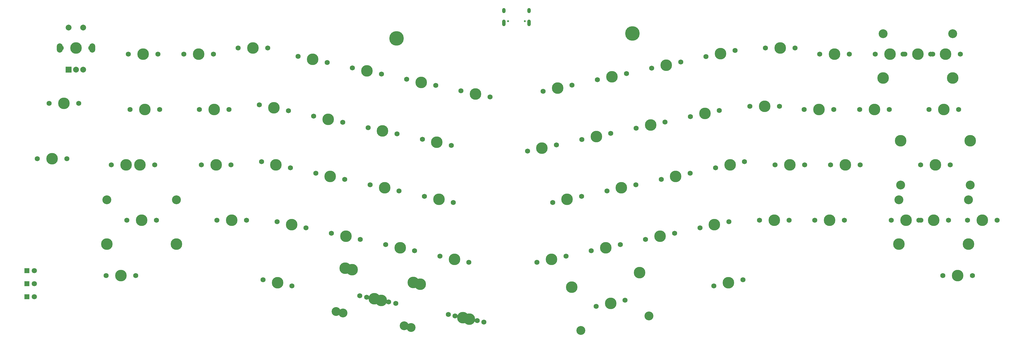
<source format=gbr>
G04 #@! TF.GenerationSoftware,KiCad,Pcbnew,(5.1.4)-1*
G04 #@! TF.CreationDate,2021-03-07T19:39:02-05:00*
G04 #@! TF.ProjectId,f103,66313033-2e6b-4696-9361-645f70636258,rev?*
G04 #@! TF.SameCoordinates,Original*
G04 #@! TF.FileFunction,Soldermask,Top*
G04 #@! TF.FilePolarity,Negative*
%FSLAX46Y46*%
G04 Gerber Fmt 4.6, Leading zero omitted, Abs format (unit mm)*
G04 Created by KiCad (PCBNEW (5.1.4)-1) date 2021-03-07 19:39:02*
%MOMM*%
%LPD*%
G04 APERTURE LIST*
%ADD10C,2.000000*%
%ADD11O,2.000000X3.200000*%
%ADD12R,2.000000X2.000000*%
%ADD13C,3.987800*%
%ADD14C,1.750000*%
%ADD15C,0.650000*%
%ADD16O,1.200000X2.300000*%
%ADD17O,1.200000X1.800000*%
%ADD18R,1.800000X1.800000*%
%ADD19C,1.800000*%
%ADD20C,3.048000*%
%ADD21C,5.000000*%
G04 APERTURE END LIST*
D10*
X2500000Y7000000D03*
X-2500000Y7000000D03*
D11*
X5600000Y0D03*
X-5600000Y0D03*
D10*
X2500000Y-7500000D03*
X0Y-7500000D03*
D12*
X-2500000Y-7500000D03*
D13*
X129881999Y-72732999D03*
D14*
X124913009Y-71676808D03*
X134850989Y-73789190D03*
D15*
X154029999Y9168553D03*
X148249999Y9168553D03*
D16*
X146819999Y8638553D03*
X155459999Y8638553D03*
D17*
X146819999Y12818553D03*
X155459999Y12818553D03*
D18*
X-16790000Y-85620007D03*
D19*
X-14250000Y-85620007D03*
D18*
X-16789995Y-81120007D03*
D19*
X-14249995Y-81120007D03*
D18*
X-16790003Y-76620007D03*
D19*
X-14250003Y-76620007D03*
D13*
X132739000Y-92801008D03*
D14*
X127770010Y-91744817D03*
X137707990Y-93857199D03*
D13*
X102361998Y-86351004D03*
D14*
X97393008Y-85294813D03*
X107330988Y-87407195D03*
D20*
X89232609Y-90701315D03*
X112586861Y-95665415D03*
D13*
X92401183Y-75794346D03*
X115755435Y-80758445D03*
X17168995Y-40240003D03*
D14*
X12088995Y-40240003D03*
X22248995Y-40240003D03*
D13*
X311010004Y-59290007D03*
D14*
X305930004Y-59290007D03*
X316090004Y-59290007D03*
D13*
X284815997Y-59290005D03*
D14*
X279735997Y-59290005D03*
X289895997Y-59290005D03*
D13*
X298400997Y-2140004D03*
D14*
X293320997Y-2140004D03*
X303480997Y-2140004D03*
D13*
X279351000Y-2140003D03*
D14*
X274271000Y-2140003D03*
X284431000Y-2140003D03*
D13*
X302566998Y-78388006D03*
D14*
X297486998Y-78388006D03*
X307646998Y-78388006D03*
D13*
X297811001Y-21190000D03*
D14*
X292731001Y-21190000D03*
X302891001Y-21190000D03*
D13*
X294340995Y-59290000D03*
D14*
X289260995Y-59290000D03*
X299420995Y-59290000D03*
D20*
X282402995Y-52305000D03*
X306278995Y-52305000D03*
D13*
X282402995Y-67545000D03*
X306278995Y-67545000D03*
X294930991Y-40240003D03*
D14*
X289850991Y-40240003D03*
X300010991Y-40240003D03*
D20*
X282992991Y-47225003D03*
X306868991Y-47225003D03*
D13*
X282992991Y-31985003D03*
X306868991Y-31985003D03*
X273991000Y-21190010D03*
D14*
X268911000Y-21190010D03*
X279071000Y-21190010D03*
D13*
X288876005Y-2137178D03*
D14*
X283796005Y-2137178D03*
X293956005Y-2137178D03*
D20*
X276938005Y4847822D03*
X300814005Y4847822D03*
D13*
X276938005Y-10392178D03*
X300814005Y-10392178D03*
X258621000Y-59290009D03*
D14*
X253541000Y-59290009D03*
X263701000Y-59290009D03*
D13*
X263980999Y-40240004D03*
D14*
X258900999Y-40240004D03*
X269060999Y-40240004D03*
D13*
X254941008Y-21190003D03*
D14*
X249861008Y-21190003D03*
X260021008Y-21190003D03*
D13*
X260301001Y-2140005D03*
D14*
X255221001Y-2140005D03*
X265381001Y-2140005D03*
D13*
X239603000Y-59290002D03*
D14*
X234523000Y-59290002D03*
X244683000Y-59290002D03*
D13*
X244930997Y-40239999D03*
D14*
X239850997Y-40239999D03*
X250010997Y-40239999D03*
D13*
X236311000Y-20130010D03*
D14*
X231231000Y-20130010D03*
X241391000Y-20130010D03*
D13*
X241670995Y-1D03*
D14*
X236590995Y-1D03*
X246750995Y-1D03*
D13*
X223881000Y-80840003D03*
D14*
X218912010Y-81896194D03*
X228849990Y-79783812D03*
D13*
X219070997Y-60850006D03*
D14*
X214102007Y-61906197D03*
X224039987Y-59793815D03*
D13*
X224431001Y-40240005D03*
D14*
X219462011Y-41296196D03*
X229399991Y-39183814D03*
D13*
X215810996Y-22590006D03*
D14*
X210842006Y-23646197D03*
X220779986Y-21533815D03*
D13*
X221171001Y-1980001D03*
D14*
X216202011Y-3036192D03*
X226139991Y-923810D03*
D13*
X200436999Y-64811009D03*
D14*
X195468009Y-65867200D03*
X205405989Y-63754818D03*
D13*
X205796999Y-44201000D03*
D14*
X200828009Y-45257191D03*
X210765989Y-43144809D03*
D13*
X197176999Y-26551000D03*
D14*
X192208009Y-27607191D03*
X202145989Y-25494809D03*
D13*
X202536999Y-5941005D03*
D14*
X197568009Y-6997196D03*
X207505989Y-4884814D03*
D13*
X183469998Y-87901010D03*
D14*
X178501008Y-88957201D03*
X188438988Y-86844819D03*
D20*
X173245135Y-97215421D03*
X196599387Y-92251321D03*
D13*
X170076561Y-82308451D03*
X193430813Y-77344352D03*
X181802998Y-68772010D03*
D14*
X176834008Y-69828201D03*
X186771988Y-67715819D03*
D13*
X187162996Y-48162002D03*
D14*
X182194006Y-49218193D03*
X192131986Y-47105811D03*
D13*
X178542996Y-30512007D03*
D14*
X173574006Y-31568198D03*
X183511986Y-29455816D03*
D13*
X183902997Y-9902002D03*
D14*
X178934007Y-10958193D03*
X188871987Y-8845811D03*
D13*
X163169002Y-72733001D03*
D14*
X158200012Y-73789192D03*
X168137992Y-71676810D03*
D13*
X168529008Y-52122994D03*
D14*
X163560018Y-53179185D03*
X173497998Y-51066803D03*
D13*
X159909000Y-34473003D03*
D14*
X154940010Y-35529194D03*
X164877990Y-33416812D03*
D13*
X165269002Y-13862995D03*
D14*
X160300012Y-14919186D03*
X170237992Y-12806804D03*
D13*
X137106996Y-15843005D03*
D14*
X132138006Y-14786814D03*
X142075986Y-16899196D03*
D13*
X135013997Y-93302005D03*
D14*
X130045007Y-92245814D03*
X139982987Y-94358196D03*
D13*
X124532002Y-52123000D03*
D14*
X119563012Y-51066809D03*
X129500992Y-53179191D03*
D13*
X123832001Y-32493009D03*
D14*
X118863011Y-31436818D03*
X128800991Y-33549200D03*
D13*
X118477998Y-11882003D03*
D14*
X113509008Y-10825812D03*
X123446988Y-12938194D03*
D13*
X104746996Y-86877006D03*
D14*
X99778006Y-85820815D03*
X109715986Y-87933197D03*
D20*
X91617607Y-91227317D03*
X114971859Y-96191417D03*
D13*
X94786181Y-76320348D03*
X118140433Y-81284447D03*
X111247996Y-68772001D03*
D14*
X106279006Y-67715810D03*
X116216986Y-69828192D03*
D13*
X105897996Y-48162004D03*
D14*
X100929006Y-47105813D03*
X110866986Y-49218195D03*
D13*
X105197996Y-28532006D03*
D14*
X100229006Y-27475815D03*
X110166986Y-29588197D03*
D13*
X99843998Y-7921004D03*
D14*
X94875008Y-6864813D03*
X104812988Y-8977195D03*
D13*
X92614001Y-64811009D03*
D14*
X87645011Y-63754818D03*
X97582991Y-65867200D03*
D13*
X87263999Y-44200996D03*
D14*
X82295009Y-43144805D03*
X92232989Y-45257187D03*
D13*
X86564003Y-24571004D03*
D14*
X81595013Y-23514813D03*
X91532993Y-25627195D03*
D13*
X81210003Y-3960003D03*
D14*
X76241013Y-2903812D03*
X86178993Y-5016194D03*
D13*
X69169999Y-80840008D03*
D14*
X64201009Y-79783817D03*
X74138989Y-81896199D03*
D13*
X73980003Y-60850000D03*
D14*
X69011013Y-59793809D03*
X78948993Y-61906191D03*
D13*
X68630002Y-40240003D03*
D14*
X63661012Y-39183812D03*
X73598992Y-41296194D03*
D13*
X67930002Y-20610004D03*
D14*
X62961012Y-19553813D03*
X72898992Y-21666195D03*
D13*
X60709999Y-3D03*
D14*
X55629999Y-3D03*
X65789999Y-3D03*
D13*
X53479995Y-59290006D03*
D14*
X48399995Y-59290006D03*
X58559995Y-59290006D03*
D13*
X48130000Y-40240006D03*
D14*
X43050000Y-40240006D03*
X53210000Y-40240006D03*
D13*
X47429998Y-21190004D03*
D14*
X42349998Y-21190004D03*
X52509998Y-21190004D03*
D13*
X42070006Y-2139997D03*
D14*
X36990006Y-2139997D03*
X47150006Y-2139997D03*
D13*
X15390004Y-78340004D03*
D14*
X10310004Y-78340004D03*
X20470004Y-78340004D03*
D13*
X22529995Y-59290005D03*
D14*
X17449995Y-59290005D03*
X27609995Y-59290005D03*
D20*
X10591995Y-52305005D03*
X34467995Y-52305005D03*
D13*
X10591995Y-67545005D03*
X34467995Y-67545005D03*
X21932004Y-40239999D03*
D14*
X16852004Y-40239999D03*
X27012004Y-40239999D03*
D13*
X23620000Y-21190006D03*
D14*
X18540000Y-21190006D03*
X28700000Y-21190006D03*
D13*
X23020001Y-2140001D03*
D14*
X17940001Y-2140001D03*
X28100001Y-2140001D03*
D13*
X-8230001Y-38100005D03*
D14*
X-13310001Y-38100005D03*
X-3150001Y-38100005D03*
D13*
X-4160009Y-19050002D03*
D14*
X-9240009Y-19050002D03*
X919991Y-19050002D03*
D13*
X0Y0D03*
D14*
X-5080000Y0D03*
X5080000Y0D03*
D21*
X190952996Y4921997D03*
X110008001Y3242002D03*
M02*

</source>
